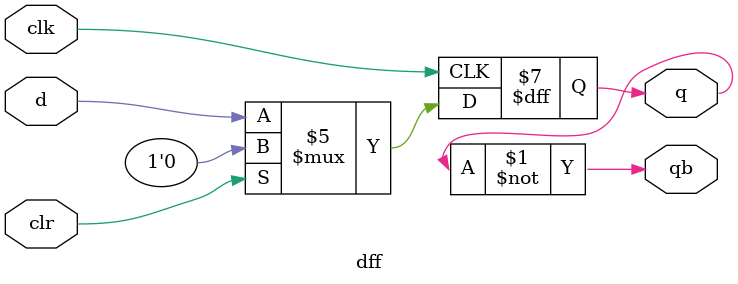
<source format=v>
`timescale 1ns / 1ps
module dff(d,clk,clr,q,qb);
input wire d,clk,clr;
output reg q;
output qb;
assign qb=~q;
always @(posedge clk)
begin
    if(clr==1'b1)
        q=1'b0;
    else 
        q=d;
end
endmodule

</source>
